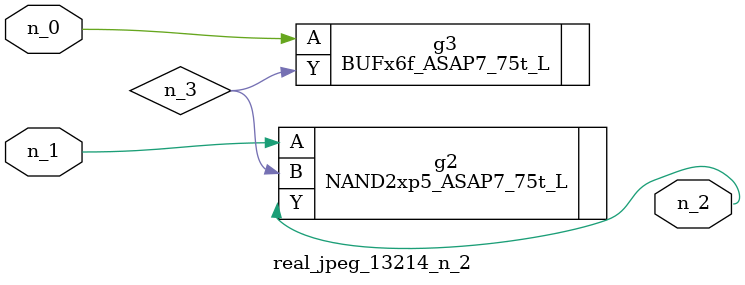
<source format=v>
module real_jpeg_13214_n_2 (n_1, n_0, n_2);

input n_1;
input n_0;

output n_2;

wire n_3;

BUFx6f_ASAP7_75t_L g3 ( 
.A(n_0),
.Y(n_3)
);

NAND2xp5_ASAP7_75t_L g2 ( 
.A(n_1),
.B(n_3),
.Y(n_2)
);


endmodule
</source>
